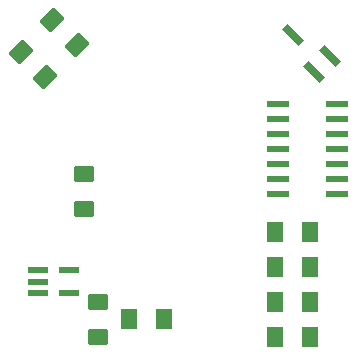
<source format=gbr>
G04 #@! TF.GenerationSoftware,KiCad,Pcbnew,7.0.5-0*
G04 #@! TF.CreationDate,2023-08-21T21:43:47+08:00*
G04 #@! TF.ProjectId,sensor,73656e73-6f72-42e6-9b69-6361645f7063,rev?*
G04 #@! TF.SameCoordinates,PX4d3f640PY69db9c0*
G04 #@! TF.FileFunction,Paste,Bot*
G04 #@! TF.FilePolarity,Positive*
%FSLAX46Y46*%
G04 Gerber Fmt 4.6, Leading zero omitted, Abs format (unit mm)*
G04 Created by KiCad (PCBNEW 7.0.5-0) date 2023-08-21 21:43:47*
%MOMM*%
%LPD*%
G01*
G04 APERTURE LIST*
G04 Aperture macros list*
%AMRoundRect*
0 Rectangle with rounded corners*
0 $1 Rounding radius*
0 $2 $3 $4 $5 $6 $7 $8 $9 X,Y pos of 4 corners*
0 Add a 4 corners polygon primitive as box body*
4,1,4,$2,$3,$4,$5,$6,$7,$8,$9,$2,$3,0*
0 Add four circle primitives for the rounded corners*
1,1,$1+$1,$2,$3*
1,1,$1+$1,$4,$5*
1,1,$1+$1,$6,$7*
1,1,$1+$1,$8,$9*
0 Add four rect primitives between the rounded corners*
20,1,$1+$1,$2,$3,$4,$5,0*
20,1,$1+$1,$4,$5,$6,$7,0*
20,1,$1+$1,$6,$7,$8,$9,0*
20,1,$1+$1,$8,$9,$2,$3,0*%
%AMRotRect*
0 Rectangle, with rotation*
0 The origin of the aperture is its center*
0 $1 length*
0 $2 width*
0 $3 Rotation angle, in degrees counterclockwise*
0 Add horizontal line*
21,1,$1,$2,0,0,$3*%
G04 Aperture macros list end*
%ADD10RoundRect,0.250001X-0.462499X-0.624999X0.462499X-0.624999X0.462499X0.624999X-0.462499X0.624999X0*%
%ADD11R,1.970000X0.600000*%
%ADD12RoundRect,0.250001X0.624999X-0.462499X0.624999X0.462499X-0.624999X0.462499X-0.624999X-0.462499X0*%
%ADD13RotRect,2.000000X0.650000X135.000000*%
%ADD14RoundRect,0.250001X0.768977X0.114905X0.114905X0.768977X-0.768977X-0.114905X-0.114905X-0.768977X0*%
%ADD15R,1.800000X0.600000*%
%ADD16RoundRect,0.250001X-0.624999X0.462499X-0.624999X-0.462499X0.624999X-0.462499X0.624999X0.462499X0*%
%ADD17RoundRect,0.250001X0.462499X0.624999X-0.462499X0.624999X-0.462499X-0.624999X0.462499X-0.624999X0*%
G04 APERTURE END LIST*
D10*
X7936500Y-5966066D03*
X10911500Y-5966066D03*
D11*
X8222700Y228600D03*
X8222700Y1498600D03*
X8222700Y2768600D03*
X8222700Y4038600D03*
X8222700Y5308600D03*
X8222700Y6578600D03*
X8222700Y7848600D03*
X13172700Y7848600D03*
X13172700Y6578600D03*
X13172700Y5308600D03*
X13172700Y4038600D03*
X13172700Y2768600D03*
X13172700Y1498600D03*
X13172700Y228600D03*
D12*
X-8229000Y-1014000D03*
X-8229000Y1961000D03*
D13*
X12574904Y11910599D03*
X11231401Y10567096D03*
X9484847Y13657153D03*
D14*
X-8850358Y12840758D03*
X-10954000Y14944400D03*
D15*
X-12129500Y-8126000D03*
X-12129500Y-7176000D03*
X-12129500Y-6226000D03*
X-9529500Y-6226000D03*
X-9529500Y-8126000D03*
D14*
X-11504404Y10133379D03*
X-13608046Y12237021D03*
D16*
X-7086000Y-8888000D03*
X-7086000Y-11863000D03*
D10*
X7936500Y-11885200D03*
X10911500Y-11885200D03*
X-4407900Y-10375500D03*
X-1432900Y-10375500D03*
X7936500Y-8925632D03*
X10911500Y-8925632D03*
D17*
X10911500Y-3006500D03*
X7936500Y-3006500D03*
M02*

</source>
